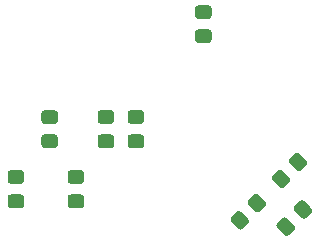
<source format=gbr>
G04 #@! TF.GenerationSoftware,KiCad,Pcbnew,(5.1.8)-1*
G04 #@! TF.CreationDate,2020-11-23T23:50:42+03:00*
G04 #@! TF.ProjectId,HardDuinoTQFP,48617264-4475-4696-9e6f-545146502e6b,rev?*
G04 #@! TF.SameCoordinates,Original*
G04 #@! TF.FileFunction,Paste,Bot*
G04 #@! TF.FilePolarity,Positive*
%FSLAX46Y46*%
G04 Gerber Fmt 4.6, Leading zero omitted, Abs format (unit mm)*
G04 Created by KiCad (PCBNEW (5.1.8)-1) date 2020-11-23 23:50:42*
%MOMM*%
%LPD*%
G01*
G04 APERTURE LIST*
G04 APERTURE END LIST*
G36*
G01*
X99879999Y-68250000D02*
X100780001Y-68250000D01*
G75*
G02*
X101030000Y-68499999I0J-249999D01*
G01*
X101030000Y-69150001D01*
G75*
G02*
X100780001Y-69400000I-249999J0D01*
G01*
X99879999Y-69400000D01*
G75*
G02*
X99630000Y-69150001I0J249999D01*
G01*
X99630000Y-68499999D01*
G75*
G02*
X99879999Y-68250000I249999J0D01*
G01*
G37*
G36*
G01*
X99879999Y-70300000D02*
X100780001Y-70300000D01*
G75*
G02*
X101030000Y-70549999I0J-249999D01*
G01*
X101030000Y-71200001D01*
G75*
G02*
X100780001Y-71450000I-249999J0D01*
G01*
X99879999Y-71450000D01*
G75*
G02*
X99630000Y-71200001I0J249999D01*
G01*
X99630000Y-70549999D01*
G75*
G02*
X99879999Y-70300000I249999J0D01*
G01*
G37*
G36*
G01*
X115571396Y-71755001D02*
X114934999Y-71118604D01*
G75*
G02*
X114934999Y-70765052I176776J176776D01*
G01*
X115394620Y-70305431D01*
G75*
G02*
X115748172Y-70305431I176776J-176776D01*
G01*
X116384569Y-70941828D01*
G75*
G02*
X116384569Y-71295380I-176776J-176776D01*
G01*
X115924948Y-71755001D01*
G75*
G02*
X115571396Y-71755001I-176776J176776D01*
G01*
G37*
G36*
G01*
X114121828Y-73204569D02*
X113485431Y-72568172D01*
G75*
G02*
X113485431Y-72214620I176776J176776D01*
G01*
X113945052Y-71754999D01*
G75*
G02*
X114298604Y-71754999I176776J-176776D01*
G01*
X114935001Y-72391396D01*
G75*
G02*
X114935001Y-72744948I-176776J-176776D01*
G01*
X114475380Y-73204569D01*
G75*
G02*
X114121828Y-73204569I-176776J176776D01*
G01*
G37*
G36*
G01*
X117614328Y-69712069D02*
X116977931Y-69075672D01*
G75*
G02*
X116977931Y-68722120I176776J176776D01*
G01*
X117437552Y-68262499D01*
G75*
G02*
X117791104Y-68262499I176776J-176776D01*
G01*
X118427501Y-68898896D01*
G75*
G02*
X118427501Y-69252448I-176776J-176776D01*
G01*
X117967880Y-69712069D01*
G75*
G02*
X117614328Y-69712069I-176776J176776D01*
G01*
G37*
G36*
G01*
X119063896Y-68262501D02*
X118427499Y-67626104D01*
G75*
G02*
X118427499Y-67272552I176776J176776D01*
G01*
X118887120Y-66812931D01*
G75*
G02*
X119240672Y-66812931I176776J-176776D01*
G01*
X119877069Y-67449328D01*
G75*
G02*
X119877069Y-67802880I-176776J-176776D01*
G01*
X119417448Y-68262501D01*
G75*
G02*
X119063896Y-68262501I-176776J176776D01*
G01*
G37*
G36*
G01*
X111575001Y-55430000D02*
X110674999Y-55430000D01*
G75*
G02*
X110425000Y-55180001I0J249999D01*
G01*
X110425000Y-54529999D01*
G75*
G02*
X110674999Y-54280000I249999J0D01*
G01*
X111575001Y-54280000D01*
G75*
G02*
X111825000Y-54529999I0J-249999D01*
G01*
X111825000Y-55180001D01*
G75*
G02*
X111575001Y-55430000I-249999J0D01*
G01*
G37*
G36*
G01*
X111575001Y-57480000D02*
X110674999Y-57480000D01*
G75*
G02*
X110425000Y-57230001I0J249999D01*
G01*
X110425000Y-56579999D01*
G75*
G02*
X110674999Y-56330000I249999J0D01*
G01*
X111575001Y-56330000D01*
G75*
G02*
X111825000Y-56579999I0J-249999D01*
G01*
X111825000Y-57230001D01*
G75*
G02*
X111575001Y-57480000I-249999J0D01*
G01*
G37*
G36*
G01*
X94799999Y-70300000D02*
X95700001Y-70300000D01*
G75*
G02*
X95950000Y-70549999I0J-249999D01*
G01*
X95950000Y-71200001D01*
G75*
G02*
X95700001Y-71450000I-249999J0D01*
G01*
X94799999Y-71450000D01*
G75*
G02*
X94550000Y-71200001I0J249999D01*
G01*
X94550000Y-70549999D01*
G75*
G02*
X94799999Y-70300000I249999J0D01*
G01*
G37*
G36*
G01*
X94799999Y-68250000D02*
X95700001Y-68250000D01*
G75*
G02*
X95950000Y-68499999I0J-249999D01*
G01*
X95950000Y-69150001D01*
G75*
G02*
X95700001Y-69400000I-249999J0D01*
G01*
X94799999Y-69400000D01*
G75*
G02*
X94550000Y-69150001I0J249999D01*
G01*
X94550000Y-68499999D01*
G75*
G02*
X94799999Y-68250000I249999J0D01*
G01*
G37*
G36*
G01*
X97657499Y-65220000D02*
X98557501Y-65220000D01*
G75*
G02*
X98807500Y-65469999I0J-249999D01*
G01*
X98807500Y-66120001D01*
G75*
G02*
X98557501Y-66370000I-249999J0D01*
G01*
X97657499Y-66370000D01*
G75*
G02*
X97407500Y-66120001I0J249999D01*
G01*
X97407500Y-65469999D01*
G75*
G02*
X97657499Y-65220000I249999J0D01*
G01*
G37*
G36*
G01*
X97657499Y-63170000D02*
X98557501Y-63170000D01*
G75*
G02*
X98807500Y-63419999I0J-249999D01*
G01*
X98807500Y-64070001D01*
G75*
G02*
X98557501Y-64320000I-249999J0D01*
G01*
X97657499Y-64320000D01*
G75*
G02*
X97407500Y-64070001I0J249999D01*
G01*
X97407500Y-63419999D01*
G75*
G02*
X97657499Y-63170000I249999J0D01*
G01*
G37*
G36*
G01*
X102419999Y-63170000D02*
X103320001Y-63170000D01*
G75*
G02*
X103570000Y-63419999I0J-249999D01*
G01*
X103570000Y-64070001D01*
G75*
G02*
X103320001Y-64320000I-249999J0D01*
G01*
X102419999Y-64320000D01*
G75*
G02*
X102170000Y-64070001I0J249999D01*
G01*
X102170000Y-63419999D01*
G75*
G02*
X102419999Y-63170000I249999J0D01*
G01*
G37*
G36*
G01*
X102419999Y-65220000D02*
X103320001Y-65220000D01*
G75*
G02*
X103570000Y-65469999I0J-249999D01*
G01*
X103570000Y-66120001D01*
G75*
G02*
X103320001Y-66370000I-249999J0D01*
G01*
X102419999Y-66370000D01*
G75*
G02*
X102170000Y-66120001I0J249999D01*
G01*
X102170000Y-65469999D01*
G75*
G02*
X102419999Y-65220000I249999J0D01*
G01*
G37*
G36*
G01*
X104959999Y-63170000D02*
X105860001Y-63170000D01*
G75*
G02*
X106110000Y-63419999I0J-249999D01*
G01*
X106110000Y-64070001D01*
G75*
G02*
X105860001Y-64320000I-249999J0D01*
G01*
X104959999Y-64320000D01*
G75*
G02*
X104710000Y-64070001I0J249999D01*
G01*
X104710000Y-63419999D01*
G75*
G02*
X104959999Y-63170000I249999J0D01*
G01*
G37*
G36*
G01*
X104959999Y-65220000D02*
X105860001Y-65220000D01*
G75*
G02*
X106110000Y-65469999I0J-249999D01*
G01*
X106110000Y-66120001D01*
G75*
G02*
X105860001Y-66370000I-249999J0D01*
G01*
X104959999Y-66370000D01*
G75*
G02*
X104710000Y-66120001I0J249999D01*
G01*
X104710000Y-65469999D01*
G75*
G02*
X104959999Y-65220000I249999J0D01*
G01*
G37*
G36*
G01*
X118021612Y-73749785D02*
X117385215Y-73113388D01*
G75*
G02*
X117385215Y-72759836I176776J176776D01*
G01*
X117844836Y-72300215D01*
G75*
G02*
X118198388Y-72300215I176776J-176776D01*
G01*
X118834785Y-72936612D01*
G75*
G02*
X118834785Y-73290164I-176776J-176776D01*
G01*
X118375164Y-73749785D01*
G75*
G02*
X118021612Y-73749785I-176776J176776D01*
G01*
G37*
G36*
G01*
X119471180Y-72300217D02*
X118834783Y-71663820D01*
G75*
G02*
X118834783Y-71310268I176776J176776D01*
G01*
X119294404Y-70850647D01*
G75*
G02*
X119647956Y-70850647I176776J-176776D01*
G01*
X120284353Y-71487044D01*
G75*
G02*
X120284353Y-71840596I-176776J-176776D01*
G01*
X119824732Y-72300217D01*
G75*
G02*
X119471180Y-72300217I-176776J176776D01*
G01*
G37*
M02*

</source>
